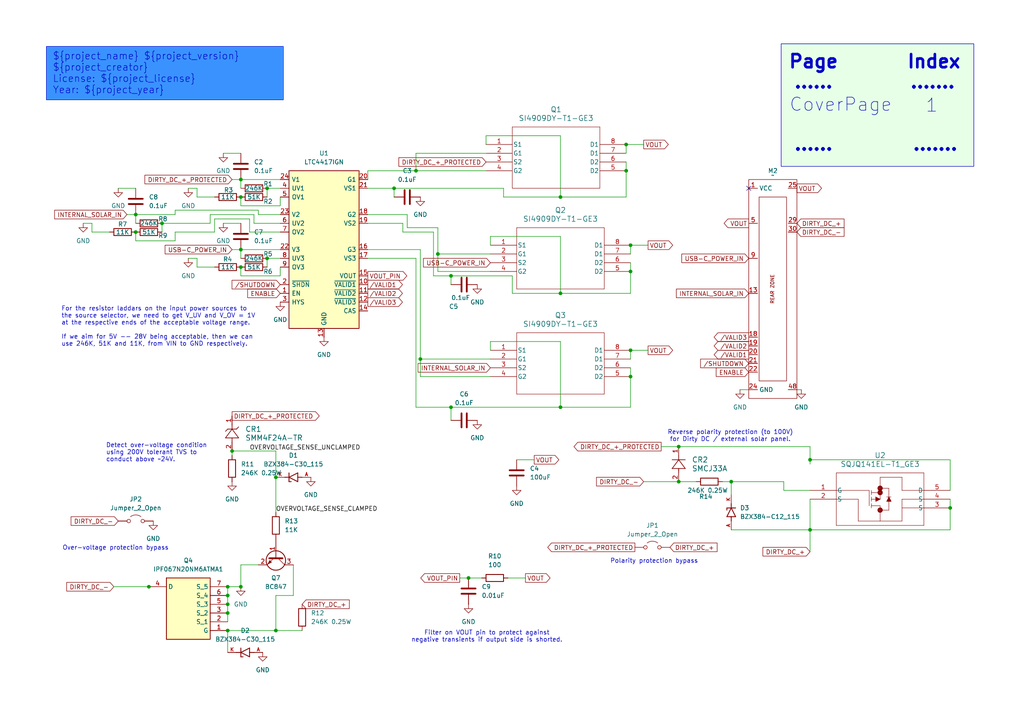
<source format=kicad_sch>
(kicad_sch (version 20250114) (generator "eeschema") (generator_version "9.0")
  (paper "A4")
  (title_block (title "${project_name}") (date "2025-11-10") (rev "${project_version}") (company "${project_creator}") (comment 1 "${project_license}"))
  (lib_symbols
    (symbol "2025-03-01_04-59-26:SI4909DY-T1-GE3" (pin_names (offset 0.254))
      (property "Reference" "Q" (at 20.32 10.16 0))
      (property "Value" "SI4909DY-T1-GE3" (at 20.32 7.62 0))
      (symbol "SI4909DY-T1-GE3_0_1"
        (pin bidirectional line (at 0 0 0) (length 7.62) (name "S1") (number "1"))
        (pin bidirectional line (at 0 -2.54 0) (length 7.62) (name "G1") (number "2"))
        (pin unspecified line (at 0 -5.08 0) (length 7.62) (name "S2") (number "3"))
        (pin bidirectional line (at 0 -7.62 0) (length 7.62) (name "G2") (number "4"))
        (pin bidirectional line (at 40.64 0 180) (length 7.62) (name "D1") (number "8"))
        (pin bidirectional line (at 40.64 -2.54 180) (length 7.62) (name "D1") (number "7"))
        (pin bidirectional line (at 40.64 -5.08 180) (length 7.62) (name "D2") (number "6"))
        (pin bidirectional line (at 40.64 -7.62 180) (length 7.62) (name "D2") (number "5"))
      )
    )
    (symbol "2025-03-01_11-33-46:SMM4F24A-TR" (pin_names (offset 0.254))
      (property "Reference" "CR" (at 0 0 0))
      (property "Value" "SMM4F24A-TR" (at 0 0 0))
      (symbol "SMM4F24A-TR_0_1"
        (pin unspecified line (at 0 0 0) (length 2.54) (name "") (number "1"))
        (pin unspecified line (at 10.16 0 180) (length 2.54) (name "") (number "2"))
      )
    )
    (symbol "2025-03-04_03-15-52:SMCJ28A" (pin_names (offset 0.254))
      (property "Reference" "CR" (at 5.08 4.445 0))
      (property "Value" "SMCJ28A" (at 5.08 -3.81 0))
      (symbol "SMCJ28A_1_1"
        (pin unspecified line (at 0 0 0) (length 2.54) (name "") (number "2"))
        (pin unspecified line (at 10.16 0 180) (length 2.54) (name "") (number "1"))
      )
      (symbol "SMCJ28A_1_2"
        (pin unspecified line (at 0 10.16 270) (length 2.54) (name "") (number "1"))
        (pin unspecified line (at 0 0 90) (length 2.54) (name "") (number "2"))
      )
    )
    (symbol "2025-03-04_11-28-00:SQJQ141EL-T1_GE3" (pin_names (offset 0.254))
      (property "Reference" "U" (at 20.32 10.16 0))
      (property "Value" "SQJQ141EL-T1_GE3" (at 20.32 7.62 0))
      (symbol "SQJQ141EL-T1_GE3_0_1"
        (pin unspecified line (at 0 0 0) (length 7.62) (name "G") (number "1"))
        (pin unspecified line (at 0 -2.54 0) (length 7.62) (name "S") (number "2"))
        (pin unspecified line (at 40.64 0 180) (length 7.62) (name "D") (number "5"))
        (pin unspecified line (at 40.64 -2.54 180) (length 7.62) (name "S") (number "4"))
        (pin unspecified line (at 40.64 -5.08 180) (length 7.62) (name "S") (number "3"))
      )
    )
    (symbol "BZX384-C30_115:BZX384-C30_115" (pin_names (offset 1.016))
      (property "Reference" "D" (at -2.54 -5.08 0))
      (property "Value" "BZX384-C30_115" (at -2.54 2.54 0))
      (symbol "BZX384-C30_115_0_0"
        (pin passive line (at -5.08 0 0) (length 2.54) (name "~") (number "K"))
        (pin passive line (at 5.08 0 180) (length 2.54) (name "~") (number "A"))
      )
    )
    (symbol "Device:C" (pin_numbers (hide yes)) (pin_names (offset 0.254))
      (property "Reference" "C" (at 0.635 2.54 0))
      (property "Value" "C" (at 0.635 -2.54 0))
      (symbol "C_1_1"
        (pin passive line (at 0 3.81 270) (length 2.794) (name "~") (number "1"))
        (pin passive line (at 0 -3.81 90) (length 2.794) (name "~") (number "2"))
      )
    )
    (symbol "Device:R" (pin_numbers (hide yes)) (pin_names (offset 0))
      (property "Reference" "R" (at 2.032 0 90))
      (property "Value" "R" (at 0 0 90))
      (symbol "R_1_1"
        (pin passive line (at 0 3.81 270) (length 1.27) (name "~") (number "1"))
        (pin passive line (at 0 -3.81 90) (length 1.27) (name "~") (number "2"))
      )
    )
    (symbol "IPF067N20NM6ATMA1:IPF067N20NM6ATMA1"
      (property "Reference" "Q" (at 19.05 7.62 0))
      (property "Value" "IPF067N20NM6ATMA1" (at 19.05 5.08 0))
      (symbol "IPF067N20NM6ATMA1_1_1"
        (pin passive line (at 0 0 0) (length 5.08) (name "D") (number "4"))
        (pin passive line (at 22.86 0 180) (length 5.08) (name "S_5") (number "7"))
        (pin passive line (at 22.86 -2.54 180) (length 5.08) (name "S_4") (number "6"))
        (pin passive line (at 22.86 -5.08 180) (length 5.08) (name "S_3") (number "5"))
        (pin passive line (at 22.86 -7.62 180) (length 5.08) (name "S_2") (number "3"))
        (pin passive line (at 22.86 -10.16 180) (length 5.08) (name "S_1") (number "2"))
        (pin passive line (at 22.86 -12.7 180) (length 5.08) (name "G") (number "1"))
      )
    )
    (symbol "Jumper:Jumper_2_Open" (pin_numbers (hide yes)) (pin_names (offset 0) (hide yes)) (exclude_from_sim yes)
      (property "Reference" "JP" (at 0 2.794 0))
      (property "Value" "Jumper_2_Open" (at 0 -2.286 0))
      (symbol "Jumper_2_Open_1_1"
        (pin passive line (at -5.08 0 0) (length 2.54) (name "A") (number "1"))
        (pin passive line (at 5.08 0 180) (length 2.54) (name "B") (number "2"))
      )
    )
    (symbol "MegaCastle:MegaCastle2x24-Module-I42.0x56.2-M88887D8C0001"
      (property "Reference" "M" (at 0 -34.29 0))
      (symbol "MegaCastle2x24-Module-I42.0x56.2-M88887D8C0001_1_1"
        (text "REAR ZONE" (at 0.5 0 900) (effects (font (size 1 1))))
        (pin bidirectional line (at -6.35 29.21 0) (length 2.54) (name "VCC") (number "1"))
        (pin bidirectional line (at -6.35 19.05 0) (length 2.54) (name "") (number "5"))
        (pin bidirectional line (at -6.35 8.89 0) (length 2.54) (name "") (number "9"))
        (pin bidirectional line (at -6.35 -1.27 0) (length 2.54) (name "") (number "13"))
        (pin bidirectional line (at -6.35 -13.97 0) (length 2.54) (name "") (number "18"))
        (pin bidirectional line (at -6.35 -16.51 0) (length 2.54) (name "") (number "19"))
        (pin bidirectional line (at -6.35 -19.05 0) (length 2.54) (name "") (number "20"))
        (pin bidirectional line (at -6.35 -21.59 0) (length 2.54) (name "") (number "21"))
        (pin bidirectional line (at -6.35 -24.13 0) (length 2.54) (name "") (number "22"))
        (pin bidirectional line (at -6.35 -29.21 0) (length 2.54) (name "GND") (number "24"))
        (pin bidirectional line (at 7.62 29.21 180) (length 2.54) (name "") (number "25"))
        (pin bidirectional line (at 7.62 19.05 180) (length 2.54) (name "") (number "29"))
        (pin bidirectional line (at 7.62 16.51 180) (length 2.54) (name "") (number "30"))
        (pin bidirectional line (at 7.62 -29.21 180) (length 2.54) (name "") (number "48"))
      )
    )
    (symbol "Power_Management:LTC4417IGN" (pin_names (offset 0.762))
      (property "Reference" "U" (at 0 26.035 0))
      (property "Value" "LTC4417IGN" (at 0 24.13 0))
      (symbol "LTC4417IGN_1_1"
        (pin input line (at -12.7 20.32 0) (length 2.54) (name "V1") (number "24"))
        (pin input line (at -12.7 17.78 0) (length 2.54) (name "UV1") (number "4"))
        (pin input line (at -12.7 15.24 0) (length 2.54) (name "OV1") (number "5"))
        (pin input line (at -12.7 10.16 0) (length 2.54) (name "V2") (number "23"))
        (pin input line (at -12.7 7.62 0) (length 2.54) (name "UV2") (number "6"))
        (pin input line (at -12.7 5.08 0) (length 2.54) (name "OV2") (number "7"))
        (pin input line (at -12.7 0 0) (length 2.54) (name "V3") (number "22"))
        (pin input line (at -12.7 -2.54 0) (length 2.54) (name "UV3") (number "8"))
        (pin input line (at -12.7 -5.08 0) (length 2.54) (name "OV3") (number "9"))
        (pin input line (at -12.7 -10.16 0) (length 2.54) (name "~{SHDN}") (number "2"))
        (pin input line (at -12.7 -12.7 0) (length 2.54) (name "EN") (number "1"))
        (pin input line (at -12.7 -15.24 0) (length 2.54) (name "HYS") (number "3"))
        (pin power_in line (at 0 -25.4 90) (length 2.54) (name "GND") (number "13"))
        (pin output line (at 12.7 20.32 180) (length 2.54) (name "G1") (number "20"))
        (pin output line (at 12.7 17.78 180) (length 2.54) (name "VS1") (number "21"))
        (pin output line (at 12.7 10.16 180) (length 2.54) (name "G2") (number "18"))
        (pin output line (at 12.7 7.62 180) (length 2.54) (name "VS2") (number "19"))
        (pin output line (at 12.7 0 180) (length 2.54) (name "G3") (number "16"))
        (pin output line (at 12.7 -2.54 180) (length 2.54) (name "VS3") (number "17"))
        (pin output line (at 12.7 -7.62 180) (length 2.54) (name "VOUT") (number "15"))
        (pin open_collector line (at 12.7 -10.16 180) (length 2.54) (name "~{VALID1}") (number "10"))
        (pin open_collector line (at 12.7 -12.7 180) (length 2.54) (name "~{VALID2}") (number "11"))
        (pin open_collector line (at 12.7 -15.24 180) (length 2.54) (name "~{VALID3}") (number "12"))
        (pin output line (at 12.7 -17.78 180) (length 2.54) (name "CAS") (number "14"))
      )
    )
    (symbol "Transistor_BJT:BC847" (pin_names (offset 0) (hide yes))
      (property "Reference" "Q" (at 5.08 1.905 0))
      (property "Value" "BC847" (at 5.08 0 0))
      (symbol "BC847_1_1"
        (pin input line (at -5.08 0 0) (length 5.715) (name "B") (number "1"))
        (pin passive line (at 2.54 5.08 270) (length 2.54) (name "C") (number "3"))
        (pin passive line (at 2.54 -5.08 90) (length 2.54) (name "E") (number "2"))
      )
    )
    (symbol "power:GND" (power) (pin_numbers (hide yes)) (pin_names (offset 0) (hide yes))
      (property "Value" "GND" (at 0 -3.81 0))
      (symbol "GND_1_1"
        (pin power_in line (at 0 0 270) (length 0) (name "~") (number "1"))
      )
    )
  )
  (rectangle (start 226.568 12.7) (end 282.448 48.26) (fill (type color) (color 0 255 0 0.1)))
  (rectangle (start -282.829 196.977) (end -223.901 242.697) (fill (type color) (color 0 255 0 0.1)))
  (rectangle (start 13.462 13.462) (end 82.169 28.956) (fill (type color) (color 58 146 255 1)))
  (text "For the resistor laddars on the input power sources to\nthe source selector, we need to get V_UV and V_OV = 1V\nat the respective ends of the acceptable voltage range.\n\nIf we aim for 5V -- 28V being acceptable, then we can\nuse 246K, 51K and 11K, from VIN to GND respectively." (at 17.78 94.742 0) (effects (font (size 1.27 1.27)) (justify left)))
  (text "3D top side" (at -254.127 201.803 0) (effects (font (size 3.81 3.81) (thickness 0.762) (bold yes))))
  (text "Filter on VOUT pin to protect against\nnegative transients if output side is shorted." (at 141.224 184.658 0) (effects (font (size 1.27 1.27))))
  (text "......" (at 235.966 23.876 0) (effects (font (size 3.81 3.81) (thickness 0.762) (bold yes))))
  (text "1" (at 270.256 30.734 0) (effects (font (size 3.81 3.81))))
  (text "CoverPage" (at 243.84 30.48 0) (effects (font (size 3.81 3.81))))
  (text "......" (at 235.966 41.91 0) (effects (font (size 3.81 3.81) (thickness 0.762) (bold yes))))
  (text "Reverse polarity protection (to 100V)\nfor Dirty DC / external solar panel." (at 211.836 126.492 0) (effects (font (size 1.27 1.27))))
  (text "${project_name} ${project_version}\n${project_creator}\nLicense: ${project_license}\nYear: ${project_year}" (at 15.24 15.24 0) (effects (font (size 2.032 2.032)) (justify left top)))
  (text "Page" (at 235.966 18.034 0) (effects (font (size 3.81 3.81) (thickness 0.762) (bold yes))))
  (text "......." (at 271.272 41.91 0) (effects (font (size 3.81 3.81) (thickness 0.762) (bold yes))))
  (text "         Index" (at 257.81 18.034 0) (effects (font (size 3.81 3.81) (thickness 0.762) (bold yes))))
  (text "......." (at 270.51 23.876 0) (effects (font (size 3.81 3.81) (thickness 0.762) (bold yes))))
  (text "Over-voltage protection bypass" (at 33.528 159.004 0) (effects (font (size 1.27 1.27))))
  (text "Detect over-voltage condition\nusing 200V tolerant TVS to\nconduct above ~24V." (at 30.734 131.318 0) (effects (font (size 1.27 1.27)) (justify left)))
  (text "Polarity protection bypass" (at 189.738 162.814 0) (effects (font (size 1.27 1.27))))
  (junction (at 66.04 170.18))
  (junction (at 120.65 49.53))
  (junction (at 181.61 49.53))
  (junction (at 127 73.66))
  (junction (at 196.85 139.7))
  (junction (at 80.01 182.88))
  (junction (at 234.95 133.35))
  (junction (at 196.85 129.54))
  (junction (at 182.88 78.74))
  (junction (at 121.92 104.14))
  (junction (at 135.89 167.64))
  (junction (at 66.04 172.72))
  (junction (at 114.3 54.61))
  (junction (at 275.59 147.32))
  (junction (at 162.56 118.11))
  (junction (at 39.37 67.31))
  (junction (at 69.85 77.47))
  (junction (at 69.85 52.07))
  (junction (at 39.37 62.23))
  (junction (at 182.88 71.12))
  (junction (at 162.56 85.09))
  (junction (at 69.85 57.15))
  (junction (at 130.81 118.11))
  (junction (at 234.95 153.67))
  (junction (at 182.88 101.6))
  (junction (at 67.31 130.81))
  (junction (at 77.47 54.61))
  (junction (at 66.04 175.26))
  (junction (at 69.85 72.39))
  (junction (at 80.01 138.43))
  (junction (at 162.56 57.15))
  (junction (at 69.85 170.18))
  (junction (at 130.81 80.01))
  (junction (at 66.04 182.88))
  (junction (at 43.18 170.18))
  (junction (at 181.61 41.91))
  (junction (at 66.04 177.8))
  (junction (at 77.47 74.93))
  (junction (at 212.09 139.7))
  (junction (at 46.99 64.77))
  (junction (at 182.88 109.22))
  (no_connect (at 217.17 54.61))
  (wire (pts (xy 69.85 52.07) (xy 69.85 54.61)))
  (wire (pts (xy 140.97 41.91) (xy 140.97 39.37)))
  (wire (pts (xy 142.24 68.58) (xy 162.56 68.58)))
  (wire (pts (xy 39.37 62.23) (xy 39.37 64.77)))
  (wire (pts (xy 73.66 62.23) (xy 73.66 64.77)))
  (wire (pts (xy 39.37 62.23) (xy 50.8 62.23)))
  (wire (pts (xy 130.81 80.01) (xy 130.81 82.55)))
  (wire (pts (xy 125.73 67.31) (xy 125.73 80.01)))
  (wire (pts (xy 106.68 49.53) (xy 120.65 49.53)))
  (wire (pts (xy 80.01 138.43) (xy 80.01 130.81)))
  (wire (pts (xy 234.95 129.54) (xy 234.95 133.35)))
  (wire (pts (xy 182.88 76.2) (xy 182.88 78.74)))
  (wire (pts (xy 64.77 64.77) (xy 69.85 64.77)))
  (wire (pts (xy 81.28 57.15) (xy 81.28 59.69)))
  (wire (pts (xy 120.65 44.45) (xy 120.65 49.53)))
  (wire (pts (xy 69.85 72.39) (xy 69.85 74.93)))
  (wire (pts (xy 234.95 144.78) (xy 234.95 153.67)))
  (wire (pts (xy 149.86 133.35) (xy 154.94 133.35)))
  (wire (pts (xy 162.56 39.37) (xy 162.56 57.15)))
  (wire (pts (xy 69.85 163.83) (xy 69.85 170.18)))
  (wire (pts (xy 39.37 69.85) (xy 39.37 67.31)))
  (wire (pts (xy 69.85 52.07) (xy 81.28 52.07)))
  (wire (pts (xy 43.18 170.18) (xy 45.72 170.18)))
  (wire (pts (xy 66.04 172.72) (xy 66.04 170.18)))
  (wire (pts (xy 275.59 147.32) (xy 275.59 153.67)))
  (wire (pts (xy 72.39 63.5) (xy 62.23 63.5)))
  (wire (pts (xy 74.93 163.83) (xy 69.85 163.83)))
  (wire (pts (xy 212.09 139.7) (xy 227.33 139.7)))
  (wire (pts (xy 50.8 67.31) (xy 50.8 69.85)))
  (wire (pts (xy 162.56 68.58) (xy 162.56 85.09)))
  (wire (pts (xy 67.31 130.81) (xy 80.01 130.81)))
  (wire (pts (xy 77.47 74.93) (xy 81.28 74.93)))
  (wire (pts (xy 130.81 80.01) (xy 148.59 80.01)))
  (wire (pts (xy 34.29 54.61) (xy 39.37 54.61)))
  (wire (pts (xy 72.39 67.31) (xy 72.39 63.5)))
  (wire (pts (xy 181.61 46.99) (xy 181.61 49.53)))
  (wire (pts (xy 77.47 54.61) (xy 81.28 54.61)))
  (wire (pts (xy 181.61 41.91) (xy 186.69 41.91)))
  (wire (pts (xy 133.35 167.64) (xy 135.89 167.64)))
  (wire (pts (xy 106.68 54.61) (xy 114.3 54.61)))
  (wire (pts (xy 33.02 170.18) (xy 43.18 170.18)))
  (wire (pts (xy 60.96 64.77) (xy 60.96 62.23)))
  (wire (pts (xy 146.05 54.61) (xy 146.05 57.15)))
  (wire (pts (xy 147.32 167.64) (xy 152.4 167.64)))
  (wire (pts (xy 182.88 71.12) (xy 187.96 71.12)))
  (wire (pts (xy 46.99 64.77) (xy 46.99 67.31)))
  (wire (pts (xy 74.93 60.96) (xy 50.8 60.96)))
  (wire (pts (xy 26.67 67.31) (xy 31.75 67.31)))
  (wire (pts (xy 162.56 99.06) (xy 162.56 118.11)))
  (wire (pts (xy 80.01 182.88) (xy 87.63 182.88)))
  (wire (pts (xy 118.11 62.23) (xy 118.11 66.04)))
  (wire (pts (xy 182.88 71.12) (xy 182.88 73.66)))
  (wire (pts (xy 162.56 57.15) (xy 181.61 57.15)))
  (wire (pts (xy 69.85 72.39) (xy 81.28 72.39)))
  (wire (pts (xy 125.73 80.01) (xy 130.81 80.01)))
  (wire (pts (xy 81.28 80.01) (xy 69.85 80.01)))
  (wire (pts (xy 81.28 67.31) (xy 72.39 67.31)))
  (wire (pts (xy 77.47 74.93) (xy 77.47 77.47)))
  (wire (pts (xy 182.88 101.6) (xy 182.88 104.14)))
  (wire (pts (xy 80.01 172.72) (xy 85.09 172.72)))
  (wire (pts (xy 66.04 182.88) (xy 80.01 182.88)))
  (wire (pts (xy 116.84 67.31) (xy 125.73 67.31)))
  (wire (pts (xy 234.95 133.35) (xy 234.95 134.62)))
  (wire (pts (xy 69.85 59.69) (xy 69.85 57.15)))
  (wire (pts (xy 81.28 77.47) (xy 81.28 80.01)))
  (wire (pts (xy 54.61 74.93) (xy 57.15 74.93)))
  (wire (pts (xy 209.55 139.7) (xy 212.09 139.7)))
  (wire (pts (xy 231.14 113.03) (xy 232.41 113.03)))
  (wire (pts (xy 120.65 118.11) (xy 130.81 118.11)))
  (wire (pts (xy 24.13 64.77) (xy 26.67 64.77)))
  (wire (pts (xy 120.65 44.45) (xy 140.97 44.45)))
  (wire (pts (xy 148.59 80.01) (xy 148.59 85.09)))
  (wire (pts (xy 106.68 62.23) (xy 118.11 62.23)))
  (wire (pts (xy 127 73.66) (xy 127 78.74)))
  (wire (pts (xy 69.85 80.01) (xy 69.85 77.47)))
  (wire (pts (xy 234.95 129.54) (xy 196.85 129.54)))
  (wire (pts (xy 77.47 54.61) (xy 77.47 57.15)))
  (wire (pts (xy 162.56 85.09) (xy 182.88 85.09)))
  (wire (pts (xy 50.8 60.96) (xy 50.8 62.23)))
  (wire (pts (xy 234.95 153.67) (xy 234.95 160.02)))
  (wire (pts (xy 67.31 130.81) (xy 67.31 132.08)))
  (wire (pts (xy 73.66 64.77) (xy 81.28 64.77)))
  (wire (pts (xy 62.23 67.31) (xy 50.8 67.31)))
  (wire (pts (xy 234.95 142.24) (xy 227.33 142.24)))
  (wire (pts (xy 120.65 49.53) (xy 140.97 49.53)))
  (wire (pts (xy 196.85 139.7) (xy 201.93 139.7)))
  (wire (pts (xy 66.04 180.34) (xy 66.04 177.8)))
  (wire (pts (xy 57.15 57.15) (xy 62.23 57.15)))
  (wire (pts (xy 214.63 113.03) (xy 217.17 113.03)))
  (wire (pts (xy 74.93 62.23) (xy 74.93 60.96)))
  (wire (pts (xy 142.24 78.74) (xy 127 78.74)))
  (wire (pts (xy 275.59 144.78) (xy 275.59 147.32)))
  (wire (pts (xy 182.88 101.6) (xy 187.96 101.6)))
  (wire (pts (xy 66.04 177.8) (xy 66.04 175.26)))
  (wire (pts (xy 148.59 85.09) (xy 162.56 85.09)))
  (wire (pts (xy 80.01 138.43) (xy 80.01 148.59)))
  (wire (pts (xy 50.8 69.85) (xy 39.37 69.85)))
  (wire (pts (xy 106.68 74.93) (xy 120.65 74.93)))
  (wire (pts (xy 57.15 77.47) (xy 62.23 77.47)))
  (wire (pts (xy 62.23 63.5) (xy 62.23 67.31)))
  (wire (pts (xy 121.92 72.39) (xy 121.92 104.14)))
  (wire (pts (xy 114.3 54.61) (xy 114.3 57.15)))
  (wire (pts (xy 121.92 104.14) (xy 142.24 104.14)))
  (wire (pts (xy 142.24 71.12) (xy 142.24 68.58)))
  (wire (pts (xy 121.92 104.14) (xy 121.92 109.22)))
  (wire (pts (xy 162.56 118.11) (xy 182.88 118.11)))
  (wire (pts (xy 106.68 52.07) (xy 106.68 49.53)))
  (wire (pts (xy 114.3 54.61) (xy 146.05 54.61)))
  (wire (pts (xy 60.96 62.23) (xy 73.66 62.23)))
  (wire (pts (xy 212.09 143.51) (xy 212.09 139.7)))
  (wire (pts (xy 36.83 62.23) (xy 39.37 62.23)))
  (wire (pts (xy 234.95 133.35) (xy 275.59 133.35)))
  (wire (pts (xy 118.11 66.04) (xy 127 66.04)))
  (wire (pts (xy 66.04 175.26) (xy 66.04 172.72)))
  (wire (pts (xy 130.81 118.11) (xy 130.81 121.92)))
  (wire (pts (xy 181.61 57.15) (xy 181.61 49.53)))
  (wire (pts (xy 81.28 59.69) (xy 69.85 59.69)))
  (wire (pts (xy 64.77 44.45) (xy 69.85 44.45)))
  (wire (pts (xy 57.15 54.61) (xy 57.15 57.15)))
  (wire (pts (xy 106.68 72.39) (xy 121.92 72.39)))
  (wire (pts (xy 66.04 182.88) (xy 66.04 189.23)))
  (wire (pts (xy 127 66.04) (xy 127 73.66)))
  (wire (pts (xy 140.97 39.37) (xy 162.56 39.37)))
  (wire (pts (xy 57.15 74.93) (xy 57.15 77.47)))
  (wire (pts (xy 182.88 106.68) (xy 182.88 109.22)))
  (wire (pts (xy 46.99 64.77) (xy 60.96 64.77)))
  (wire (pts (xy 127 73.66) (xy 142.24 73.66)))
  (wire (pts (xy 80.01 172.72) (xy 80.01 182.88)))
  (wire (pts (xy 196.85 129.54) (xy 191.77 129.54)))
  (wire (pts (xy 212.09 153.67) (xy 234.95 153.67)))
  (wire (pts (xy 66.04 170.18) (xy 69.85 170.18)))
  (wire (pts (xy 227.33 142.24) (xy 227.33 139.7)))
  (wire (pts (xy 120.65 74.93) (xy 120.65 118.11)))
  (wire (pts (xy 67.31 72.39) (xy 69.85 72.39)))
  (wire (pts (xy 130.81 118.11) (xy 162.56 118.11)))
  (wire (pts (xy 146.05 57.15) (xy 162.56 57.15)))
  (wire (pts (xy 142.24 101.6) (xy 142.24 99.06)))
  (wire (pts (xy 26.67 64.77) (xy 26.67 67.31)))
  (wire (pts (xy 116.84 64.77) (xy 116.84 67.31)))
  (wire (pts (xy 186.69 139.7) (xy 196.85 139.7)))
  (wire (pts (xy 275.59 153.67) (xy 234.95 153.67)))
  (wire (pts (xy 182.88 109.22) (xy 182.88 118.11)))
  (wire (pts (xy 85.09 163.83) (xy 85.09 172.72)))
  (wire (pts (xy 275.59 133.35) (xy 275.59 142.24)))
  (wire (pts (xy 181.61 41.91) (xy 181.61 44.45)))
  (wire (pts (xy 135.89 167.64) (xy 139.7 167.64)))
  (wire (pts (xy 106.68 64.77) (xy 116.84 64.77)))
  (wire (pts (xy 182.88 85.09) (xy 182.88 78.74)))
  (wire (pts (xy 67.31 52.07) (xy 69.85 52.07)))
  (wire (pts (xy 54.61 54.61) (xy 57.15 54.61)))
  (wire (pts (xy 121.92 109.22) (xy 142.24 109.22)))
  (wire (pts (xy 142.24 99.06) (xy 162.56 99.06)))
  (wire (pts (xy 81.28 62.23) (xy 74.93 62.23)))
  (label "OVERVOLTAGE_SENSE_UNCLAMPED" (at 72.39 130.81 0))
  (label "OVERVOLTAGE_SENSE_CLAMPED" (at 80.01 148.59 0))
  (global_label "DIRTY_DC_+" (shape input) (at 234.95 160.02 180) (property "Intersheetrefs" "${INTERSHEET_REFS}" (effects (hide yes))))
  (global_label "ENABLE" (shape input) (at 81.28 85.09 180) (property "Intersheetrefs" "${INTERSHEET_REFS}" (effects (hide yes))))
  (global_label "DIRTY_DC_-" (shape input) (at 186.69 139.7 180) (property "Intersheetrefs" "${INTERSHEET_REFS}" (effects (hide yes))))
  (global_label "DIRTY_DC_+" (shape input) (at 231.14 64.77 0) (property "Intersheetrefs" "${INTERSHEET_REFS}" (effects (hide yes))))
  (global_label "INTERNAL_SOLAR_IN" (shape input) (at 142.24 106.68 180) (property "Intersheetrefs" "${INTERSHEET_REFS}" (effects (hide yes))))
  (global_label "VOUT_PIN" (shape output) (at 133.35 167.64 180) (property "Intersheetrefs" "${INTERSHEET_REFS}" (effects (hide yes))))
  (global_label "ENABLE" (shape input) (at 217.17 107.95 180) (property "Intersheetrefs" "${INTERSHEET_REFS}" (effects (hide yes))))
  (global_label "VOUT" (shape output) (at 152.4 167.64 0) (property "Intersheetrefs" "${INTERSHEET_REFS}" (effects (hide yes))))
  (global_label "{slash}VALID1" (shape output) (at 217.17 102.87 180) (property "Intersheetrefs" "${INTERSHEET_REFS}" (effects (hide yes))))
  (global_label "{slash}VALID2" (shape output) (at 106.68 85.09 0) (property "Intersheetrefs" "${INTERSHEET_REFS}" (effects (hide yes))))
  (global_label "VOUT" (shape output) (at 187.96 101.6 0) (property "Intersheetrefs" "${INTERSHEET_REFS}" (effects (hide yes))))
  (global_label "INTERNAL_SOLAR_IN" (shape input) (at 36.83 62.23 180) (property "Intersheetrefs" "${INTERSHEET_REFS}" (effects (hide yes))))
  (global_label "USB-C_POWER_IN" (shape input) (at 217.17 74.93 180) (property "Intersheetrefs" "${INTERSHEET_REFS}" (effects (hide yes))))
  (global_label "VOUT" (shape output) (at 154.94 133.35 0) (property "Intersheetrefs" "${INTERSHEET_REFS}" (effects (hide yes))))
  (global_label "{slash}SHUTDOWN" (shape input) (at 217.17 105.41 180) (property "Intersheetrefs" "${INTERSHEET_REFS}" (effects (hide yes))))
  (global_label "VOUT" (shape output) (at 217.17 64.77 180) (property "Intersheetrefs" "${INTERSHEET_REFS}" (effects (hide yes))))
  (global_label "VOUT" (shape output) (at 231.14 54.61 0) (property "Intersheetrefs" "${INTERSHEET_REFS}" (effects (hide yes))))
  (global_label "{slash}VALID3" (shape output) (at 217.17 97.79 180) (property "Intersheetrefs" "${INTERSHEET_REFS}" (effects (hide yes))))
  (global_label "USB-C_POWER_IN" (shape input) (at 142.24 76.2 180) (property "Intersheetrefs" "${INTERSHEET_REFS}" (effects (hide yes))))
  (global_label "DIRTY_DC_+_PROTECTED" (shape output) (at 191.77 129.54 180) (property "Intersheetrefs" "${INTERSHEET_REFS}" (effects (hide yes))))
  (global_label "DIRTY_DC_+_PROTECTED" (shape output) (at 184.15 158.75 180) (property "Intersheetrefs" "${INTERSHEET_REFS}" (effects (hide yes))))
  (global_label "USB-C_POWER_IN" (shape input) (at 67.31 72.39 180) (property "Intersheetrefs" "${INTERSHEET_REFS}" (effects (hide yes))))
  (global_label "DIRTY_DC_+_PROTECTED" (shape input) (at 140.97 46.99 180) (property "Intersheetrefs" "${INTERSHEET_REFS}" (effects (hide yes))))
  (global_label "DIRTY_DC_-" (shape input) (at 34.29 151.13 180) (property "Intersheetrefs" "${INTERSHEET_REFS}" (effects (hide yes))))
  (global_label "{slash}SHUTDOWN" (shape input) (at 81.28 82.55 180) (property "Intersheetrefs" "${INTERSHEET_REFS}" (effects (hide yes))))
  (global_label "{slash}VALID1" (shape output) (at 106.68 82.55 0) (property "Intersheetrefs" "${INTERSHEET_REFS}" (effects (hide yes))))
  (global_label "DIRTY_DC_-" (shape input) (at 33.02 170.18 180) (property "Intersheetrefs" "${INTERSHEET_REFS}" (effects (hide yes))))
  (global_label "{slash}VALID3" (shape output) (at 106.68 87.63 0) (property "Intersheetrefs" "${INTERSHEET_REFS}" (effects (hide yes))))
  (global_label "VOUT_PIN" (shape output) (at 106.68 80.01 0) (property "Intersheetrefs" "${INTERSHEET_REFS}" (effects (hide yes))))
  (global_label "{slash}VALID2" (shape output) (at 217.17 100.33 180) (property "Intersheetrefs" "${INTERSHEET_REFS}" (effects (hide yes))))
  (global_label "DIRTY_DC_+" (shape input) (at 194.31 158.75 0) (property "Intersheetrefs" "${INTERSHEET_REFS}" (effects (hide yes))))
  (global_label "DIRTY_DC_+_PROTECTED" (shape input) (at 67.31 52.07 180) (property "Intersheetrefs" "${INTERSHEET_REFS}" (effects (hide yes))))
  (global_label "DIRTY_DC_+_PROTECTED" (shape output) (at 67.31 120.65 0) (property "Intersheetrefs" "${INTERSHEET_REFS}" (effects (hide yes))))
  (global_label "DIRTY_DC_+" (shape input) (at 87.63 175.26 0) (property "Intersheetrefs" "${INTERSHEET_REFS}" (effects (hide yes))))
  (global_label "VOUT" (shape output) (at 186.69 41.91 0) (property "Intersheetrefs" "${INTERSHEET_REFS}" (effects (hide yes))))
  (global_label "DIRTY_DC_-" (shape input) (at 231.14 67.31 0) (property "Intersheetrefs" "${INTERSHEET_REFS}" (effects (hide yes))))
  (global_label "INTERNAL_SOLAR_IN" (shape input) (at 217.17 85.09 180) (property "Intersheetrefs" "${INTERSHEET_REFS}" (effects (hide yes))))
  (global_label "VOUT" (shape output) (at 187.96 71.12 0) (property "Intersheetrefs" "${INTERSHEET_REFS}" (effects (hide yes))))
  (symbol (lib_id "BZX384-C30_115:BZX384-C30_115") (at 71.12 189.23 0) (unit 1)
    (property "Reference" "D2" (at 71.12 182.88 0))
    (property "Value" "BZX384-C30_115" (at 71.12 185.42 0))
    (property "Footprint" "MegaCastle:DIO_BZX384-C30_115" (effects (hide yes)))
    (property "Datasheet" "https://assets.nexperia.com/documents/data-sheet/BZX384_SER.pdf" (effects (hide yes)))
    (property "MF" "Nexperia USA" (effects (hide yes)))
    (property "Purchase-URL" "https://pricing.snapeda.com/search/part/BZX384-C30,115/?ref=eda" (effects (hide yes)))
    (property "Package" "SOD323-2 Nexperia USA Inc." (effects (hide yes)))
    (property "Price" "None" (effects (hide yes)))
    (property "MP" "BZX384-C30,115" (effects (hide yes)))
    (property "Availability" "In Stock" (effects (hide yes)))
    (property "Description_1" "Zener Diode 30 V 300 mW ±5% Surface Mount SOD-323" (effects (hide yes)))
    (property "Manufacturer_Part_Number" "BZX384-C30,115" (effects (hide yes)))
    (property "Mouser" "https://eu.mouser.com/ProductDetail/Nexperia/BZX384-C30115?qs=me8TqzrmIYU4cfgnkiu4pg%3D%3D" (effects (hide yes)))
    (property "Mouser Part Number" "771-BZX384-C30115" (effects (hide yes)))
  )
  (symbol (lib_id "power:GND") (at 64.77 64.77 0) (unit 1)
    (property "Reference" "#PWR11" (effects (hide yes)))
    (property "Value" "GND" (at 64.77 69.85 0))
    (property "Description" "Power symbol creates a global label with name \"GND\" , ground" (effects (hide yes)))
  )
  (symbol (lib_id "power:GND") (at 24.13 64.77 0) (unit 1)
    (property "Reference" "#PWR12" (effects (hide yes)))
    (property "Value" "GND" (at 24.13 69.85 0))
    (property "Description" "Power symbol creates a global label with name \"GND\" , ground" (effects (hide yes)))
  )
  (symbol (lib_id "Device:R") (at 35.56 67.31 90) (unit 1)
    (property "Reference" "R7" (at 35.56 65.024 90))
    (property "Value" "11K" (at 35.56 67.31 90))
    (property "Footprint" "Resistor_SMD:R_0805_2012Metric" (effects (hide yes)))
    (property "Datasheet" "https://hr.mouser.com/datasheet/2/447/PYu_RT_1_to_0_01_RoHS_L_15-3461507.pdf" (effects (hide yes)))
    (property "Description" "Resistor" (effects (hide yes)))
    (property "Manufacturer_Part_Number" "RT0805DRE0711KL" (effects (hide yes)))
    (property "Mouser" "https://hr.mouser.com/ProductDetail/YAGEO/RT0805DRE0711KL?qs=4CyHz7GXqSgP3nd8%252BmNqUg%3D%3D" (effects (hide yes)))
    (property "Mouser Part Number" "603-RT0805DRE0711KL" (effects (hide yes)))
  )
  (symbol (lib_id "power:GND") (at 121.92 57.15 0) (unit 1)
    (property "Reference" "#PWR5" (effects (hide yes)))
    (property "Value" "GND" (at 121.92 62.23 0))
    (property "Description" "Power symbol creates a global label with name \"GND\" , ground" (effects (hide yes)))
  )
  (symbol (lib_id "2025-03-01_04-59-26:SI4909DY-T1-GE3") (at 142.24 101.6 0) (unit 1)
    (property "Reference" "Q3" (at 162.56 91.44 0) (effects (font (size 1.524 1.524))))
    (property "Value" "SI4909DY-T1-GE3" (at 162.56 93.98 0) (effects (font (size 1.524 1.524))))
    (property "Datasheet" "https://www.vishay.com/doc?67077" (effects (hide yes)))
    (property "Mouser" "https://eu.mouser.com/ProductDetail/Vishay-Semiconductors/SI4909DY-T1-GE3?qs=FfLXECYddQSDxj1eo%2FTcsQ%3D%3D" (effects (hide yes)))
    (property "Manufacturer_Part_Number" "SI4909DY-T1-GE3" (effects (hide yes)))
    (property "Mouser Part Number" "78-SI4909DY-T1-GE3" (effects (hide yes)))
  )
  (symbol (lib_id "power:GND") (at 64.77 44.45 0) (unit 1)
    (property "Reference" "#PWR3" (effects (hide yes)))
    (property "Value" "GND" (at 64.77 49.53 0))
    (property "Description" "Power symbol creates a global label with name \"GND\" , ground" (effects (hide yes)))
  )
  (symbol (lib_id "Device:C") (at 39.37 58.42 0) (unit 1)
    (property "Reference" "C8" (at 43.18 57.1499 0) (effects (justify left)))
    (property "Value" "0.1uF" (at 43.18 59.6899 0) (effects (justify left)))
    (property "Footprint" "Capacitor_SMD:C_0805_2012Metric" (effects (hide yes)))
    (property "Datasheet" "https://hr.mouser.com/datasheet/2/40/avx_04122018_part_number_explanation-1317646.pdf" (effects (hide yes)))
    (property "Description" "Unpolarized capacitor" (effects (hide yes)))
    (property "Manufacturer_Part_Number" "0805DC104MAT2A" (effects (hide yes)))
    (property "Mouser" "https://hr.mouser.com/ProductDetail/KYOCERA-AVX/0805DC104MAT2A?qs=f21FSZc47PiwyLih6ldJRQ%3D%3D" (effects (hide yes)))
    (property "Mouser Part Number" "581-0805DC104MAT2A" (effects (hide yes)))
  )
  (symbol (lib_id "power:GND") (at 44.45 151.13 0) (unit 1)
    (property "Reference" "#PWR2" (effects (hide yes)))
    (property "Value" "GND" (at 44.45 156.21 0))
    (property "Description" "Power symbol creates a global label with name \"GND\" , ground" (effects (hide yes)))
  )
  (symbol (lib_id "Device:R") (at 67.31 135.89 0) (unit 1)
    (property "Reference" "R11" (at 69.85 134.6199 0) (effects (justify left)))
    (property "Value" "246K 0.25W" (at 69.85 137.1599 0) (effects (justify left)))
    (property "Footprint" "Resistor_SMD:R_0805_2012Metric" (effects (hide yes)))
    (property "Datasheet" "https://www.vishay.com/doc?60026" (effects (hide yes)))
    (property "Description" "Resistor" (effects (hide yes)))
    (property "Manufacturer_Part_Number" "PTN0805E2463BST1" (effects (hide yes)))
    (property "Mouser" "https://eu.mouser.com/ProductDetail/Vishay-Thin-Film/PTN0805E2463BST1?qs=vtpzqDgAoblA2ujrggxmfQ%3D%3D" (effects (hide yes)))
    (property "Mouser Part Number" "71-PTN0805E2463BST1" (effects (hide yes)))
  )
  (symbol (lib_id "2025-03-01_11-33-46:SMM4F24A-TR") (at 67.31 120.65 270) (unit 1)
    (property "Reference" "CR1" (at 71.12 124.4599 90) (effects (font (size 1.524 1.524)) (justify left)))
    (property "Value" "SMM4F24A-TR" (at 71.12 126.9999 90) (effects (font (size 1.524 1.524)) (justify left)))
    (property "Datasheet" "https://hr.mouser.com/datasheet/2/389/smm4f10a-1849921.pdf" (effects (hide yes)))
    (property "Manufacturer_Part_Number" "SMM4F24A-TR" (effects (hide yes)))
    (property "Mouser" "https://eu.mouser.com/ProductDetail/STMicroelectronics/SMM4F24A-TR?qs=ppWA7IX8Fw7n6eOodwCgJg%3D%3D" (effects (hide yes)))
    (property "Mouser Part Number" "511-SMM4F24A-TR" (effects (hide yes)))
  )
  (symbol (lib_id "Device:C") (at 149.86 137.16 0) (unit 1)
    (property "Reference" "C4" (at 153.67 135.8899 0) (effects (justify left)))
    (property "Value" "100uF" (at 153.67 138.4299 0) (effects (justify left)))
    (property "Footprint" "Capacitor_SMD:C_0805_2012Metric" (effects (hide yes)))
    (property "Description" "Unpolarized capacitor" (effects (hide yes)))
  )
  (symbol (lib_id "Device:R") (at 205.74 139.7 90) (unit 1)
    (property "Reference" "R14" (at 204.724 144.018 90))
    (property "Value" "246K 0.25W" (at 205.232 142.24 90))
    (property "Footprint" "Resistor_SMD:R_0805_2012Metric" (effects (hide yes)))
    (property "Datasheet" "https://www.vishay.com/doc?60026" (effects (hide yes)))
    (property "Description" "Resistor" (effects (hide yes)))
    (property "Manufacturer_Part_Number" "PTN0805E2463BST1" (effects (hide yes)))
    (property "Mouser" "https://eu.mouser.com/ProductDetail/Vishay-Thin-Film/PTN0805E2463BST1?qs=vtpzqDgAoblA2ujrggxmfQ%3D%3D" (effects (hide yes)))
    (property "Mouser Part Number" "71-PTN0805E2463BST1" (effects (hide yes)))
  )
  (symbol (lib_id "Device:C") (at 69.85 48.26 0) (unit 1)
    (property "Reference" "C2" (at 73.66 46.9899 0) (effects (justify left)))
    (property "Value" "0.1uF" (at 73.66 49.5299 0) (effects (justify left)))
    (property "Footprint" "Capacitor_SMD:C_0805_2012Metric" (effects (hide yes)))
    (property "Datasheet" "https://hr.mouser.com/datasheet/2/40/avx_04122018_part_number_explanation-1317646.pdf" (effects (hide yes)))
    (property "Description" "Unpolarized capacitor" (effects (hide yes)))
    (property "Manufacturer_Part_Number" "0805DC104MAT2A" (effects (hide yes)))
    (property "Mouser" "https://hr.mouser.com/ProductDetail/KYOCERA-AVX/0805DC104MAT2A?qs=f21FSZc47PiwyLih6ldJRQ%3D%3D" (effects (hide yes)))
    (property "Mouser Part Number" "581-0805DC104MAT2A" (effects (hide yes)))
  )
  (symbol (lib_id "power:GND") (at 54.61 54.61 0) (unit 1)
    (property "Reference" "#PWR4" (effects (hide yes)))
    (property "Value" "GND" (at 54.61 59.69 0))
    (property "Description" "Power symbol creates a global label with name \"GND\" , ground" (effects (hide yes)))
  )
  (symbol (lib_id "Jumper:Jumper_2_Open") (at 39.37 151.13 0) (unit 1) (exclude_from_sim yes)
    (property "Reference" "JP2" (at 39.37 144.78 0))
    (property "Value" "Jumper_2_Open" (at 39.37 147.32 0))
    (property "Footprint" "Jumper:SolderJumper-2_P1.3mm_Open_RoundedPad1.0x1.5mm" (effects (hide yes)))
    (property "Description" "Jumper, 2-pole, open" (effects (hide yes)))
  )
  (symbol (lib_id "Device:R") (at 66.04 57.15 90) (unit 1)
    (property "Reference" "R3" (at 66.294 55.118 90))
    (property "Value" "11K" (at 66.04 57.15 90))
    (property "Footprint" "Resistor_SMD:R_0805_2012Metric" (effects (hide yes)))
    (property "Datasheet" "https://hr.mouser.com/datasheet/2/447/PYu_RT_1_to_0_01_RoHS_L_15-3461507.pdf" (effects (hide yes)))
    (property "Description" "Resistor" (effects (hide yes)))
    (property "Manufacturer_Part_Number" "RT0805DRE0711KL" (effects (hide yes)))
    (property "Mouser" "https://hr.mouser.com/ProductDetail/YAGEO/RT0805DRE0711KL?qs=4CyHz7GXqSgP3nd8%252BmNqUg%3D%3D" (effects (hide yes)))
    (property "Mouser Part Number" "603-RT0805DRE0711KL" (effects (hide yes)))
  )
  (symbol (lib_id "Device:R") (at 66.04 77.47 90) (unit 1)
    (property "Reference" "R4" (at 66.04 75.184 90))
    (property "Value" "11K" (at 66.04 77.47 90))
    (property "Footprint" "Resistor_SMD:R_0805_2012Metric" (effects (hide yes)))
    (property "Datasheet" "https://hr.mouser.com/datasheet/2/447/PYu_RT_1_to_0_01_RoHS_L_15-3461507.pdf" (effects (hide yes)))
    (property "Description" "Resistor" (effects (hide yes)))
    (property "Manufacturer_Part_Number" "RT0805DRE0711KL" (effects (hide yes)))
    (property "Mouser" "https://hr.mouser.com/ProductDetail/YAGEO/RT0805DRE0711KL?qs=4CyHz7GXqSgP3nd8%252BmNqUg%3D%3D" (effects (hide yes)))
    (property "Mouser Part Number" "603-RT0805DRE0711KL" (effects (hide yes)))
  )
  (symbol (lib_id "Device:C") (at 134.62 121.92 90) (unit 1)
    (property "Reference" "C6" (at 134.62 114.3 90))
    (property "Value" "0.1uF" (at 134.62 116.84 90))
    (property "Footprint" "Capacitor_SMD:C_0805_2012Metric" (effects (hide yes)))
    (property "Datasheet" "https://hr.mouser.com/datasheet/2/40/avx_04122018_part_number_explanation-1317646.pdf" (effects (hide yes)))
    (property "Description" "Unpolarized capacitor" (effects (hide yes)))
    (property "Manufacturer_Part_Number" "0805DC104MAT2A" (effects (hide yes)))
    (property "Mouser" "https://hr.mouser.com/ProductDetail/KYOCERA-AVX/0805DC104MAT2A?qs=f21FSZc47PiwyLih6ldJRQ%3D%3D" (effects (hide yes)))
    (property "Mouser Part Number" "581-0805DC104MAT2A" (effects (hide yes)))
  )
  (symbol (lib_id "power:GND") (at 232.41 113.03 0) (unit 1)
    (property "Reference" "#PWR20" (effects (hide yes)))
    (property "Value" "GND" (at 232.41 118.11 0))
    (property "Description" "Power symbol creates a global label with name \"GND\" , ground" (effects (hide yes)))
  )
  (symbol (lib_id "power:GND") (at 135.89 175.26 0) (unit 1)
    (property "Reference" "#PWR14" (effects (hide yes)))
    (property "Value" "GND" (at 135.89 180.34 0))
    (property "Description" "Power symbol creates a global label with name \"GND\" , ground" (effects (hide yes)))
  )
  (symbol (lib_id "power:GND") (at 90.17 138.43 0) (unit 1)
    (property "Reference" "#PWR17" (effects (hide yes)))
    (property "Value" "GND" (at 90.17 143.51 0))
    (property "Description" "Power symbol creates a global label with name \"GND\" , ground" (effects (hide yes)))
  )
  (symbol (lib_id "2025-03-01_04-59-26:SI4909DY-T1-GE3") (at 140.97 41.91 0) (unit 1)
    (property "Reference" "Q1" (at 161.29 31.75 0) (effects (font (size 1.524 1.524))))
    (property "Value" "SI4909DY-T1-GE3" (at 161.29 34.29 0) (effects (font (size 1.524 1.524))))
    (property "Datasheet" "https://www.vishay.com/doc?67077" (effects (hide yes)))
    (property "Manufacturer_Part_Number" "SI4909DY-T1-GE3" (effects (hide yes)))
    (property "Mouser" "https://eu.mouser.com/ProductDetail/Vishay-Semiconductors/SI4909DY-T1-GE3?qs=FfLXECYddQSDxj1eo%2FTcsQ%3D%3D" (effects (hide yes)))
    (property "Mouser Part Number" "78-SI4909DY-T1-GE3" (effects (hide yes)))
  )
  (symbol (lib_id "Transistor_BJT:BC847") (at 80.01 161.29 270) (unit 1)
    (property "Reference" "Q7" (at 80.01 167.64 90))
    (property "Value" "BC847" (at 80.01 170.18 90))
    (property "Footprint" "Package_TO_SOT_SMD:SOT-23" (effects (hide yes)))
    (property "Datasheet" "http://www.infineon.com/dgdl/Infineon-BC847SERIES_BC848SERIES_BC849SERIES_BC850SERIES-DS-v01_01-en.pdf?fileId=db3a304314dca389011541d4630a1657" (effects (hide yes)))
    (property "Description" "0.1A Ic, 45V Vce, NPN Transistor, SOT-23" (effects (hide yes)))
    (property "Manufacturer_Part_Number" "637-BC847B" (effects (hide yes)))
    (property "Mouser" "https://eu.mouser.com/ProductDetail/Diotec-Semiconductor/BC847B?qs=OlC7AqGiEDnZaP%2FmjLcN6A%3D%3D" (effects (hide yes)))
    (property "Mouser Part Number" "BC847B" (effects (hide yes)))
  )
  (symbol (lib_id "Device:R") (at 43.18 64.77 90) (unit 1)
    (property "Reference" "R8" (at 47.244 63.5 90))
    (property "Value" "246K" (at 43.18 64.77 90))
    (property "Footprint" "Resistor_SMD:R_0805_2012Metric" (effects (hide yes)))
    (property "Description" "Resistor" (effects (hide yes)))
    (property "Mouser" "https://hr.mouser.com/ProductDetail/Vishay-Dale/TNPW0805246KBEEA?qs=FzhAKWsHbnDAG79jbLqF1w%3D%3D" (effects (hide yes)))
  )
  (symbol (lib_id "Device:R") (at 73.66 77.47 270) (unit 1)
    (property "Reference" "R6" (at 77.724 78.74 90))
    (property "Value" "51K" (at 73.66 77.47 90))
    (property "Footprint" "Resistor_SMD:R_0805_2012Metric" (effects (hide yes)))
    (property "Datasheet" "https://hr.mouser.com/datasheet/2/447/PYu_RV_51_RoHS_L_10-3003066.pdf" (effects (hide yes)))
    (property "Description" "Resistor" (effects (hide yes)))
    (property "Manufacturer_Part_Number" "RV0805FR-0751KL" (effects (hide yes)))
    (property "Mouser" "https://hr.mouser.com/ProductDetail/YAGEO/RV0805FR-0751KL?qs=eP2BKZSCXI4lt3RCa6oEFQ%3D%3D" (effects (hide yes)))
    (property "Mouser Part Number" "603-RV0805FR-0751KL" (effects (hide yes)))
  )
  (symbol (lib_id "Device:R") (at 87.63 179.07 0) (unit 1)
    (property "Reference" "R12" (at 90.17 177.7999 0) (effects (justify left)))
    (property "Value" "246K 0.25W" (at 90.17 180.3399 0) (effects (justify left)))
    (property "Footprint" "Resistor_SMD:R_0805_2012Metric" (effects (hide yes)))
    (property "Datasheet" "https://www.vishay.com/doc?60026" (effects (hide yes)))
    (property "Description" "Resistor" (effects (hide yes)))
    (property "Manufacturer_Part_Number" "PTN0805E2463BST1" (effects (hide yes)))
    (property "Mouser" "https://eu.mouser.com/ProductDetail/Vishay-Thin-Film/PTN0805E2463BST1?qs=vtpzqDgAoblA2ujrggxmfQ%3D%3D" (effects (hide yes)))
    (property "Mouser Part Number" "71-PTN0805E2463BST1" (effects (hide yes)))
  )
  (symbol (lib_id "power:GND") (at 149.86 140.97 0) (unit 1)
    (property "Reference" "#PWR7" (effects (hide yes)))
    (property "Value" "GND" (at 149.86 146.05 0))
    (property "Description" "Power symbol creates a global label with name \"GND\" , ground" (effects (hide yes)))
  )
  (symbol (lib_id "power:GND") (at 69.85 170.18 0) (unit 1)
    (property "Reference" "#PWR16" (effects (hide yes)))
    (property "Value" "GND" (at 69.85 175.26 0))
    (property "Description" "Power symbol creates a global label with name \"GND\" , ground" (effects (hide yes)))
  )
  (symbol (lib_id "Jumper:Jumper_2_Open") (at 189.23 158.75 0) (unit 1) (exclude_from_sim yes)
    (property "Reference" "JP1" (at 189.23 152.4 0))
    (property "Value" "Jumper_2_Open" (at 189.23 154.94 0))
    (property "Footprint" "Jumper:SolderJumper-2_P1.3mm_Open_RoundedPad1.0x1.5mm" (effects (hide yes)))
    (property "Description" "Jumper, 2-pole, open" (effects (hide yes)))
  )
  (symbol (lib_id "2025-03-01_04-59-26:SI4909DY-T1-GE3") (at 142.24 71.12 0) (unit 1)
    (property "Reference" "Q2" (at 162.56 60.96 0) (effects (font (size 1.524 1.524))))
    (property "Value" "SI4909DY-T1-GE3" (at 162.56 63.5 0) (effects (font (size 1.524 1.524))))
    (property "Datasheet" "https://www.vishay.com/doc?67077" (effects (hide yes)))
    (property "Manufacturer_Part_Number" "SI4909DY-T1-GE3" (effects (hide yes)))
    (property "Mouser" "https://eu.mouser.com/ProductDetail/Vishay-Semiconductors/SI4909DY-T1-GE3?qs=FfLXECYddQSDxj1eo%2FTcsQ%3D%3D" (effects (hide yes)))
    (property "Mouser Part Number" "78-SI4909DY-T1-GE3" (effects (hide yes)))
  )
  (symbol (lib_id "power:GND") (at 76.2 189.23 0) (unit 1)
    (property "Reference" "#PWR18" (effects (hide yes)))
    (property "Value" "GND" (at 76.2 194.31 0))
    (property "Description" "Power symbol creates a global label with name \"GND\" , ground" (effects (hide yes)))
  )
  (symbol (lib_id "Device:C") (at 69.85 68.58 0) (unit 1)
    (property "Reference" "C7" (at 73.66 67.3099 0) (effects (justify left)))
    (property "Value" "0.1uF" (at 73.66 69.8499 0) (effects (justify left)))
    (property "Footprint" "Capacitor_SMD:C_0805_2012Metric" (effects (hide yes)))
    (property "Datasheet" "https://hr.mouser.com/datasheet/2/40/avx_04122018_part_number_explanation-1317646.pdf" (effects (hide yes)))
    (property "Description" "Unpolarized capacitor" (effects (hide yes)))
    (property "Manufacturer_Part_Number" "0805DC104MAT2A" (effects (hide yes)))
    (property "Mouser" "https://hr.mouser.com/ProductDetail/KYOCERA-AVX/0805DC104MAT2A?qs=f21FSZc47PiwyLih6ldJRQ%3D%3D" (effects (hide yes)))
    (property "Mouser Part Number" "581-0805DC104MAT2A" (effects (hide yes)))
  )
  (symbol (lib_id "BZX384-C30_115:BZX384-C30_115") (at 85.09 138.43 0) (unit 1)
    (property "Reference" "D1" (at 85.09 132.08 0))
    (property "Value" "BZX384-C30_115" (at 85.09 134.62 0))
    (property "Footprint" "MegaCastle:DIO_BZX384-C30_115" (effects (hide yes)))
    (property "Datasheet" "https://assets.nexperia.com/documents/data-sheet/BZX384_SER.pdf" (effects (hide yes)))
    (property "MF" "Nexperia USA" (effects (hide yes)))
    (property "Purchase-URL" "https://pricing.snapeda.com/search/part/BZX384-C30,115/?ref=eda" (effects (hide yes)))
    (property "Package" "SOD323-2 Nexperia USA Inc." (effects (hide yes)))
    (property "Price" "None" (effects (hide yes)))
    (property "MP" "BZX384-C30,115" (effects (hide yes)))
    (property "Availability" "In Stock" (effects (hide yes)))
    (property "Description_1" "Zener Diode 30 V 300 mW ±5% Surface Mount SOD-323" (effects (hide yes)))
    (property "Manufacturer_Part_Number" "BZX384-C30,115" (effects (hide yes)))
    (property "Mouser" "https://eu.mouser.com/ProductDetail/Nexperia/BZX384-C30115?qs=me8TqzrmIYU4cfgnkiu4pg%3D%3D" (effects (hide yes)))
    (property "Mouser Part Number" "771-BZX384-C30115" (effects (hide yes)))
  )
  (symbol (lib_id "power:GND") (at 214.63 113.03 0) (unit 1)
    (property "Reference" "#PWR19" (effects (hide yes)))
    (property "Value" "GND" (at 214.63 118.11 0))
    (property "Description" "Power symbol creates a global label with name \"GND\" , ground" (effects (hide yes)))
  )
  (symbol (lib_id "BZX384-C30_115:BZX384-C30_115") (at 212.09 148.59 270) (unit 1)
    (property "Reference" "D3" (at 214.63 147.3199 90) (effects (justify left)))
    (property "Value" "BZX384-C12_115" (at 214.63 149.8599 90) (effects (justify left)))
    (property "Footprint" "MegaCastle:DIO_BZX384-C30_115" (effects (hide yes)))
    (property "Datasheet" "https://assets.nexperia.com/documents/data-sheet/BZX384_SER.pdf" (effects (hide yes)))
    (property "MF" "Nexperia USA" (effects (hide yes)))
    (property "Purchase-URL" "https://pricing.snapeda.com/search/part/BZX384-C30,115/?ref=eda" (effects (hide yes)))
    (property "Package" "SOD323-2 Nexperia USA Inc." (effects (hide yes)))
    (property "Price" "None" (effects (hide yes)))
    (property "MP" "BZX384-C30,115" (effects (hide yes)))
    (property "Availability" "In Stock" (effects (hide yes)))
    (property "Description_1" "Zener Diode 30 V 300 mW ±5% Surface Mount SOD-323" (effects (hide yes)))
    (property "Manufacturer_Part_Number" "BZX384-C12,115" (effects (hide yes)))
    (property "Mouser" "https://eu.mouser.com/ProductDetail/Nexperia/BZX384-C12115?qs=me8TqzrmIYUt7sXqf4vYAA%3D%3D" (effects (hide yes)))
    (property "Mouser Part Number" "771-BZX384-C12115" (effects (hide yes)))
  )
  (symbol (lib_id "Device:R") (at 73.66 74.93 90) (unit 1)
    (property "Reference" "R5" (at 77.724 73.66 90))
    (property "Value" "246K" (at 73.66 74.93 90))
    (property "Footprint" "Resistor_SMD:R_0805_2012Metric" (effects (hide yes)))
    (property "Description" "Resistor" (effects (hide yes)))
    (property "Mouser" "https://hr.mouser.com/ProductDetail/Vishay-Dale/TNPW0805246KBEEA?qs=FzhAKWsHbnDAG79jbLqF1w%3D%3D" (effects (hide yes)))
  )
  (symbol (lib_id "power:GND") (at 34.29 54.61 0) (unit 1)
    (property "Reference" "#PWR13" (effects (hide yes)))
    (property "Value" "GND" (at 34.29 59.69 0))
    (property "Description" "Power symbol creates a global label with name \"GND\" , ground" (effects (hide yes)))
  )
  (symbol (lib_id "power:GND") (at 67.31 139.7 0) (unit 1)
    (property "Reference" "#PWR15" (effects (hide yes)))
    (property "Value" "GND" (at 67.31 144.78 0))
    (property "Description" "Power symbol creates a global label with name \"GND\" , ground" (effects (hide yes)))
  )
  (symbol (lib_id "2025-03-04_11-28-00:SQJQ141EL-T1_GE3") (at 234.95 142.24 0) (unit 1)
    (property "Reference" "U2" (at 255.27 132.08 0) (effects (font (size 1.524 1.524))))
    (property "Value" "SQJQ141EL-T1_GE3" (at 255.27 134.62 0) (effects (font (size 1.524 1.524))))
    (property "Footprint" "MegaCastle:SOT95P280X120-6N" (effects (hide yes)))
    (property "Datasheet" "https://www.vishay.com/doc?77935" (effects (hide yes)))
    (property "Manufacturer_Part_Number" "SQJQ141EL-T1_GE3" (effects (hide yes)))
    (property "Mouser" "https://eu.mouser.com/ProductDetail/Vishay-Semiconductors/SQJQ141EL-T1_GE3?qs=Wj%2FVkw3K%252BMAXdwiziTgK2g%3D%3D" (effects (hide yes)))
    (property "Mouser Part Number" "78-SQJQ141EL-T1_GE3" (effects (hide yes)))
  )
  (symbol (lib_id "Device:R") (at 73.66 57.15 270) (unit 1)
    (property "Reference" "R2" (at 77.724 58.42 90))
    (property "Value" "51K" (at 73.66 57.15 90))
    (property "Footprint" "Resistor_SMD:R_0805_2012Metric" (effects (hide yes)))
    (property "Datasheet" "https://hr.mouser.com/datasheet/2/447/PYu_RV_51_RoHS_L_10-3003066.pdf" (effects (hide yes)))
    (property "Description" "Resistor" (effects (hide yes)))
    (property "Manufacturer_Part_Number" "RV0805FR-0751KL" (effects (hide yes)))
    (property "Mouser" "https://hr.mouser.com/ProductDetail/YAGEO/RV0805FR-0751KL?qs=eP2BKZSCXI4lt3RCa6oEFQ%3D%3D" (effects (hide yes)))
    (property "Mouser Part Number" "603-RV0805FR-0751KL" (effects (hide yes)))
  )
  (symbol (lib_id "Device:C") (at 135.89 171.45 0) (unit 1)
    (property "Reference" "C9" (at 139.7 170.1799 0) (effects (justify left)))
    (property "Value" "0.01uF" (at 139.7 172.7199 0) (effects (justify left)))
    (property "Footprint" "Capacitor_SMD:C_0805_2012Metric" (effects (hide yes)))
    (property "Description" "Unpolarized capacitor" (effects (hide yes)))
  )
  (symbol (lib_id "power:GND") (at 138.43 82.55 0) (unit 1)
    (property "Reference" "#PWR8" (effects (hide yes)))
    (property "Value" "GND" (at 138.43 87.63 0))
    (property "Description" "Power symbol creates a global label with name \"GND\" , ground" (effects (hide yes)))
  )
  (symbol (lib_id "MegaCastle:MegaCastle2x24-Module-I42.0x56.2-M88887D8C0001") (at 223.52 83.82 0) (unit 1)
    (property "Reference" "M2" (at 224.155 49.53 0))
    (property "Value" "~" (at 224.155 50.8 0))
    (property "Footprint" "MegaCastle:MegaCastle2x24-Module-I47.0x56.2-M88887D8C0001-SPAREPAD" (effects (hide yes)))
    (property "Description" "Generated using footprint-gen .. 42 55 14 M88887D8C0001" (effects (hide yes)))
  )
  (symbol (lib_id "power:GND") (at 93.98 97.79 0) (unit 1)
    (property "Reference" "#PWR1" (effects (hide yes)))
    (property "Value" "GND" (at 93.98 102.87 0))
    (property "Description" "Power symbol creates a global label with name \"GND\" , ground" (effects (hide yes)))
  )
  (symbol (lib_id "2025-03-04_03-15-52:SMCJ28A") (at 196.85 139.7 90) (unit 1)
    (property "Reference" "CR2" (at 200.66 133.3499 90) (effects (font (size 1.524 1.524)) (justify right)))
    (property "Value" "SMCJ33A" (at 200.66 135.8899 90) (effects (font (size 1.524 1.524)) (justify right)))
    (property "Datasheet" "https://hr.mouser.com/datasheet/2/54/SMCJ-778393.pdf" (effects (hide yes)))
    (property "Manufacturer_Part_Number" "652-SMCJ33A" (effects (hide yes)))
    (property "Mouser" "https://eu.mouser.com/ProductDetail/Bourns/SMCJ33A?qs=%252Bf8Cd6aE5byBHFw3jHfWXQ%3D%3D" (effects (hide yes)))
    (property "Mouser Part Number" "SMCJ33A" (effects (hide yes)))
  )
  (symbol (lib_id "Device:R") (at 73.66 54.61 90) (unit 1)
    (property "Reference" "R1" (at 77.724 53.34 90))
    (property "Value" "246K" (at 73.66 54.61 90))
    (property "Footprint" "Resistor_SMD:R_0805_2012Metric" (effects (hide yes)))
    (property "Description" "Resistor" (effects (hide yes)))
    (property "Mouser" "https://hr.mouser.com/ProductDetail/Vishay-Dale/TNPW0805246KBEEA?qs=FzhAKWsHbnDAG79jbLqF1w%3D%3D" (effects (hide yes)))
  )
  (symbol (lib_id "Device:R") (at 80.01 152.4 180) (unit 1)
    (property "Reference" "R13" (at 82.55 151.1299 0) (effects (justify right)))
    (property "Value" "11K" (at 82.55 153.6699 0) (effects (justify right)))
    (property "Footprint" "Resistor_SMD:R_0805_2012Metric" (effects (hide yes)))
    (property "Datasheet" "https://hr.mouser.com/datasheet/2/447/PYu_RT_1_to_0_01_RoHS_L_15-3461507.pdf" (effects (hide yes)))
    (property "Description" "Resistor" (effects (hide yes)))
    (property "Manufacturer_Part_Number" "RT0805DRE0711KL" (effects (hide yes)))
    (property "Mouser" "https://hr.mouser.com/ProductDetail/YAGEO/RT0805DRE0711KL?qs=4CyHz7GXqSgP3nd8%252BmNqUg%3D%3D" (effects (hide yes)))
    (property "Mouser Part Number" "603-RT0805DRE0711KL" (effects (hide yes)))
  )
  (symbol (lib_id "power:GND") (at 81.28 87.63 0) (unit 1)
    (property "Reference" "#PWR6" (effects (hide yes)))
    (property "Value" "GND" (at 81.28 92.71 0))
    (property "Description" "Power symbol creates a global label with name \"GND\" , ground" (effects (hide yes)))
  )
  (symbol (lib_id "Device:R") (at 43.18 67.31 270) (unit 1)
    (property "Reference" "R9" (at 47.244 68.326 90))
    (property "Value" "51K" (at 43.18 67.31 90))
    (property "Footprint" "Resistor_SMD:R_0805_2012Metric" (effects (hide yes)))
    (property "Datasheet" "https://hr.mouser.com/datasheet/2/447/PYu_RV_51_RoHS_L_10-3003066.pdf" (effects (hide yes)))
    (property "Description" "Resistor" (effects (hide yes)))
    (property "Manufacturer_Part_Number" "RV0805FR-0751KL" (effects (hide yes)))
    (property "Mouser" "https://hr.mouser.com/ProductDetail/YAGEO/RV0805FR-0751KL?qs=eP2BKZSCXI4lt3RCa6oEFQ%3D%3D" (effects (hide yes)))
    (property "Mouser Part Number" "603-RV0805FR-0751KL" (effects (hide yes)))
  )
  (symbol (lib_id "Device:C") (at 118.11 57.15 90) (unit 1)
    (property "Reference" "C3" (at 118.11 49.53 90))
    (property "Value" "0.1uF" (at 118.11 52.07 90))
    (property "Footprint" "Capacitor_SMD:C_0805_2012Metric" (effects (hide yes)))
    (property "Datasheet" "https://hr.mouser.com/datasheet/2/40/avx_04122018_part_number_explanation-1317646.pdf" (effects (hide yes)))
    (property "Description" "Unpolarized capacitor" (effects (hide yes)))
    (property "Manufacturer_Part_Number" "0805DC104MAT2A" (effects (hide yes)))
    (property "Mouser" "https://hr.mouser.com/ProductDetail/KYOCERA-AVX/0805DC104MAT2A?qs=f21FSZc47PiwyLih6ldJRQ%3D%3D" (effects (hide yes)))
    (property "Mouser Part Number" "581-0805DC104MAT2A" (effects (hide yes)))
  )
  (symbol (lib_id "Device:R") (at 143.51 167.64 90) (unit 1)
    (property "Reference" "R10" (at 143.51 161.29 90))
    (property "Value" "100" (at 143.51 163.83 90))
    (property "Footprint" "Resistor_SMD:R_0805_2012Metric" (effects (hide yes)))
    (property "Datasheet" "https://hr.mouser.com/datasheet/2/414/TTRB_S_A0010186342_1-2565648.pdf" (effects (hide yes)))
    (property "Description" "Resistor" (effects (hide yes)))
    (property "Manufacturer_Part_Number" "PCF0805R-100RBI" (effects (hide yes)))
    (property "Mouser" "https://hr.mouser.com/ProductDetail/Welwyn-Components-TT-Electronics/PCF0805R-100RBI?qs=c9g5C7Q1WQsCuuCGUusejQ%3D%3D" (effects (hide yes)))
    (property "Mouser Part Number" "756-PCF0805R100RBI" (effects (hide yes)))
  )
  (symbol (lib_id "Device:C") (at 134.62 82.55 90) (unit 1)
    (property "Reference" "C5" (at 131.572 88.9 90))
    (property "Value" "0.1uF" (at 133.604 86.36 90))
    (property "Footprint" "Capacitor_SMD:C_0805_2012Metric" (effects (hide yes)))
    (property "Datasheet" "https://hr.mouser.com/datasheet/2/40/avx_04122018_part_number_explanation-1317646.pdf" (effects (hide yes)))
    (property "Description" "Unpolarized capacitor" (effects (hide yes)))
    (property "Manufacturer_Part_Number" "0805DC104MAT2A" (effects (hide yes)))
    (property "Mouser" "https://hr.mouser.com/ProductDetail/KYOCERA-AVX/0805DC104MAT2A?qs=f21FSZc47PiwyLih6ldJRQ%3D%3D" (effects (hide yes)))
    (property "Mouser Part Number" "581-0805DC104MAT2A" (effects (hide yes)))
  )
  (symbol (lib_id "Power_Management:LTC4417IGN") (at 93.98 72.39 0) (unit 1)
    (property "Reference" "U1" (at 93.98 44.45 0))
    (property "Value" "LTC4417IGN" (at 93.98 46.99 0))
    (property "Footprint" "Package_SO:SSOP-24_3.9x8.7mm_P0.635mm" (effects (hide yes)))
    (property "Datasheet" "https://www.analog.com/media/en/technical-documentation/data-sheets/4417f.pdf" (effects (hide yes)))
    (property "Description" "Prioritized PowerPath Controller, Selects Highest Priority Supply from Three Inputs, –40°C to 85°C, SSOP" (effects (hide yes)))
    (property "Manufacturer_Part_Number" "LTC4417IGN#PBF" (effects (hide yes)))
    (property "Mouser" "https://eu.mouser.com/ProductDetail/Analog-Devices/LTC4417IGNPBF?qs=hVkxg5c3xu9X%2F8Z6%252BaC4HA%3D%3D" (effects (hide yes)))
    (property "Mouser Part Number" "584-LTC4417IGN#PBF" (effects (hide yes)))
  )
  (symbol (lib_id "power:GND") (at 138.43 121.92 0) (unit 1)
    (property "Reference" "#PWR9" (effects (hide yes)))
    (property "Value" "GND" (at 138.43 127 0))
    (property "Description" "Power symbol creates a global label with name \"GND\" , ground" (effects (hide yes)))
  )
  (symbol (lib_id "power:GND") (at 54.61 74.93 0) (unit 1)
    (property "Reference" "#PWR10" (effects (hide yes)))
    (property "Value" "GND" (at 54.61 80.01 0))
    (property "Description" "Power symbol creates a global label with name \"GND\" , ground" (effects (hide yes)))
  )
  (symbol (lib_id "IPF067N20NM6ATMA1:IPF067N20NM6ATMA1") (at 43.18 170.18 0) (unit 1)
    (property "Reference" "Q4" (at 54.61 162.56 0))
    (property "Value" "IPF067N20NM6ATMA1" (at 54.61 165.1 0))
    (property "Datasheet" "https://www.infineon.com/dgdl/Infineon-IPF067N20NM6-DataSheet-v02_00-EN.pdf?fileId=8ac78c8c8d2fe47b018d326b5b4a0c80" (effects (hide yes)))
    (property "Description" "N-Channel 200 V 15.4A (Ta), 138A (Tc) 3.8W (Ta), 300W (Tc) Surface Mount PG-TO263-7-3" (effects (hide yes)))
    (property "Height" "4.82" (effects (hide yes)))
    (property "Mouser Part Number" "726-IPF067N20NM6ATMA" (effects (hide yes)))
    (property "Mouser Price/Stock" "https://www.mouser.co.uk/ProductDetail/Infineon-Technologies/IPF067N20NM6ATMA1?qs=1Kr7Jg1SGW%2FSD0HE9lRNRQ%3D%3D" (effects (hide yes)))
    (property "Manufacturer_Name" "Infineon" (effects (hide yes)))
    (property "Manufacturer_Part_Number" "IPF067N20NM6ATMA1" (effects (hide yes)))
    (property "Mouser" "https://eu.mouser.com/ProductDetail/Infineon-Technologies/IPF067N20NM6ATMA1?qs=1Kr7Jg1SGW%2FSD0HE9lRNRQ%3D%3D" (effects (hide yes)))
  )
)
</source>
